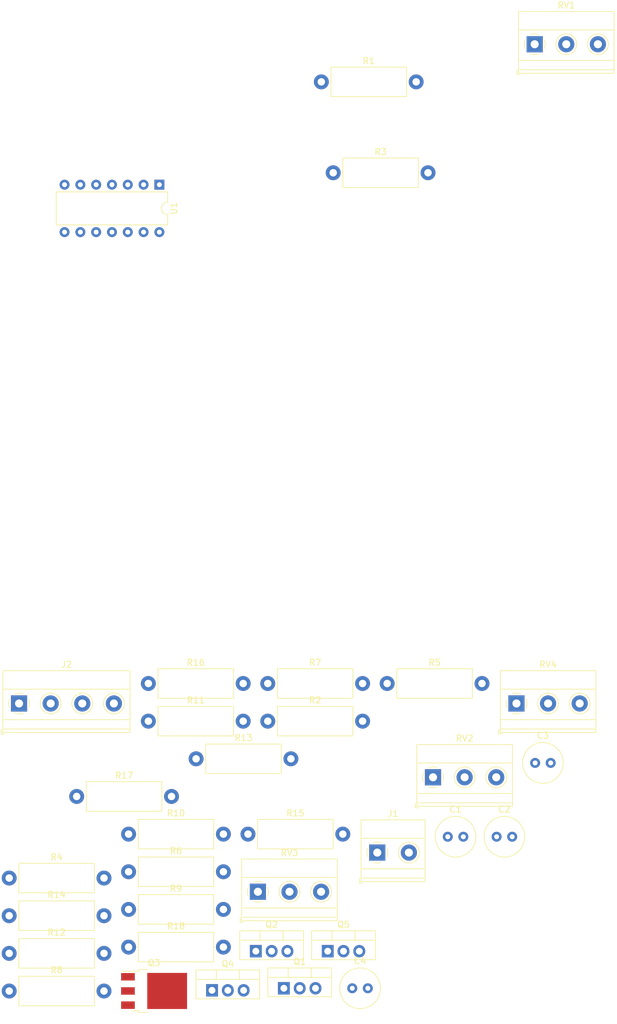
<source format=kicad_pcb>
(kicad_pcb (version 20211014) (generator pcbnew)
  (layers (0 "F.Cu" signal) (31 "B.Cu" signal) (34 "B.Paste" user) (35 "F.Paste" user) (36 "B.SilkS" user "B.Silkscreen") (37 "F.SilkS" user "F.Silkscreen") (38 "B.Mask" user) (39 "F.Mask" user) (44 "Edge.Cuts" user))
  (net 0 "")
  (net 1 "Net-(C1-Pad1)")
  (net 2 "GND")
  (net 3 "Net-(C2-Pad1)")
  (net 4 "Net-(C3-Pad1)")
  (net 5 "Net-(C4-Pad1)")
  (net 6 "+12V")
  (net 7 "Net-(J2-Pad1)")
  (net 8 "Net-(J2-Pad2)")
  (net 9 "Net-(J2-Pad3)")
  (net 10 "Net-(J2-Pad4)")
  (net 11 "Net-(Q1-Pad1)")
  (net 12 "Net-(Q1-Pad2)")
  (net 13 "Net-(Q2-Pad1)")
  (net 14 "Net-(Q3-Pad1)")
  (net 15 "Net-(Q4-Pad1)")
  (net 16 "Net-(Q5-Pad1)")
  (net 17 "Net-(R1-Pad1)")
  (net 18 "Net-(R1-Pad2)")
  (net 19 "Net-(R2-Pad1)")
  (net 20 "Net-(R2-Pad2)")
  (net 21 "Net-(R3-Pad2)")
  (net 22 "Net-(R5-Pad2)")
  (net 23 "Net-(R11-Pad1)")
  (net 24 "Net-(R11-Pad2)")
  (net 25 "Net-(R12-Pad1)")
  (net 26 "Net-(R12-Pad2)")
  (net 27 "Net-(R13-Pad2)")
  (net 28 "Net-(R15-Pad2)")
  (footprint "Resistor_THT:R_Axial_DIN0414_L11.9mm_D4.5mm_P15.24mm_Horizontal" (layer "F.Cu") (at 182.385 128.115)
    (fp_text reference "R11" (at 7.62 -3.37) (layer "F.SilkS"))
    (fp_text value "1k")
    (fp_line (start 13.69 -2.37) (end 1.55 -2.37) (layer "F.SilkS") (width 0.12))
    (fp_line (start 1.55 2.37) (end 13.69 2.37) (layer "F.SilkS") (width 0.12))
    (fp_line (start 13.8 0) (end 13.69 0) (layer "F.SilkS") (width 0.12))
    (fp_line (start 13.69 2.37) (end 13.69 -2.37) (layer "F.SilkS") (width 0.12))
    (fp_line (start 1.55 -2.37) (end 1.55 2.37) (layer "F.SilkS") (width 0.12))
    (fp_line (start 1.44 0) (end 1.55 0) (layer "F.SilkS") (width 0.12))
    (pad "1" thru_hole circle locked (at 0 0) (size 2.4 2.4) (drill 1.2) (layers *.Cu *.Mask) (net 23 "Net-(R11-Pad1)"))
    (pad "2" thru_hole oval locked (at 15.24 0) (size 2.4 2.4) (drill 1.2) (layers *.Cu *.Mask) (net 24 "Net-(R11-Pad2)"))
  )
  (footprint "Resistor_THT:R_Axial_DIN0414_L11.9mm_D4.5mm_P15.24mm_Horizontal" (layer "F.Cu") (at 182.385 122.065)
    (fp_text reference "R16" (at 7.62 -3.37) (layer "F.SilkS"))
    (fp_text value "10k")
    (fp_line (start 1.55 2.37) (end 13.69 2.37) (layer "F.SilkS") (width 0.12))
    (fp_line (start 13.69 2.37) (end 13.69 -2.37) (layer "F.SilkS") (width 0.12))
    (fp_line (start 13.8 0) (end 13.69 0) (layer "F.SilkS") (width 0.12))
    (fp_line (start 1.55 -2.37) (end 1.55 2.37) (layer "F.SilkS") (width 0.12))
    (fp_line (start 13.69 -2.37) (end 1.55 -2.37) (layer "F.SilkS") (width 0.12))
    (fp_line (start 1.44 0) (end 1.55 0) (layer "F.SilkS") (width 0.12))
    (pad "1" thru_hole circle locked (at 0 0) (size 2.4 2.4) (drill 1.2) (layers *.Cu *.Mask) (net 5 "Net-(C4-Pad1)"))
    (pad "2" thru_hole oval locked (at 15.24 0) (size 2.4 2.4) (drill 1.2) (layers *.Cu *.Mask) (net 28 "Net-(R15-Pad2)"))
  )
  (footprint "TerminalBlock_Phoenix:TerminalBlock_Phoenix_MKDS-1,5-2-5.08_1x02_P5.08mm_Horizontal" (layer "F.Cu") (at 219.175 149.235)
    (fp_text reference "J1" (at 2.54 -6.26) (layer "F.SilkS"))
    (fp_text value "Power")
    (fp_line (start 4.046 1.239) (end 4.011 1.274) (layer "F.SilkS") (width 0.12))
    (fp_line (start 6.15 -1.275) (end 6.115 -1.239) (layer "F.SilkS") (width 0.12))
    (fp_line (start 3.853 1.023) (end 3.806 1.069) (layer "F.SilkS") (width 0.12))
    (fp_line (start -2.84 4.16) (end -2.84 4.9) (layer "F.SilkS") (width 0.12))
    (fp_line (start -2.6 -5.261) (end -2.6 4.66) (layer "F.SilkS") (width 0.12))
    (fp_line (start -2.6 -5.261) (end 7.68 -5.261) (layer "F.SilkS") (width 0.12))
    (fp_line (start -2.84 4.9) (end -2.34 4.9) (layer "F.SilkS") (width 0.12))
    (fp_line (start -2.6 2.6) (end 7.68 2.6) (layer "F.SilkS") (width 0.12))
    (fp_line (start 6.355 -1.069) (end 6.308 -1.023) (layer "F.SilkS") (width 0.12))
    (fp_line (start -2.6 -2.301) (end 7.68 -2.301) (layer "F.SilkS") (width 0.12))
    (fp_line (start -2.6 4.1) (end 7.68 4.1) (layer "F.SilkS") (width 0.12))
    (fp_line (start -2.6 4.66) (end 7.68 4.66) (layer "F.SilkS") (width 0.12))
    (fp_line (start 7.68 -5.261) (end 7.68 4.66) (layer "F.SilkS") (width 0.12))
    (fp_arc (start -1.535427 0.683042) (mid -1.680501 -0.000524) (end -1.535 -0.684) (layer "F.SilkS") (width 0.12))
    (fp_arc (start -0.683042 -1.535427) (mid 0.000524 -1.680501) (end 0.684 -1.535) (layer "F.SilkS") (width 0.12))
    (fp_arc (start 1.535427 -0.683042) (mid 1.680501 0.000524) (end 1.535 0.684) (layer "F.SilkS") (width 0.12))
    (fp_arc (start 0.028805 1.680253) (mid -0.335551 1.646659) (end -0.684 1.535) (layer "F.SilkS") (width 0.12))
    (fp_arc (start 0.683318 1.534756) (mid 0.349292 1.643288) (end 0 1.68) (layer "F.SilkS") (width 0.12))
    (fp_circle (center 5.08 0) (end 6.76 0) (layer "F.SilkS") (width 0.12) (fill none))
    (pad "1" thru_hole rect locked (at 0 0) (size 2.6 2.6) (drill 1.3) (layers *.Cu *.Mask) (net 2 "GND"))
    (pad "2" thru_hole circle locked (at 5.08 0) (size 2.6 2.6) (drill 1.3) (layers *.Cu *.Mask) (net 6 "+12V"))
  )
  (footprint "TerminalBlock_Phoenix:TerminalBlock_Phoenix_MKDS-1,5-3-5.08_1x03_P5.08mm_Horizontal" (layer "F.Cu") (at 228.135 137.135)
    (fp_text reference "RV2" (at 5.08 -6.26) (layer "F.SilkS"))
    (fp_text value "10k")
    (fp_line (start -2.6 -2.301) (end 12.76 -2.301) (layer "F.SilkS") (width 0.12))
    (fp_line (start 8.933 1.023) (end 8.886 1.069) (layer "F.SilkS") (width 0.12))
    (fp_line (start 6.15 -1.275) (end 6.115 -1.239) (layer "F.SilkS") (width 0.12))
    (fp_line (start 11.435 -1.069) (end 11.388 -1.023) (layer "F.SilkS") (width 0.12))
    (fp_line (start -2.84 4.9) (end -2.34 4.9) (layer "F.SilkS") (width 0.12))
    (fp_line (start -2.6 -5.261) (end 12.76 -5.261) (layer "F.SilkS") (width 0.12))
    (fp_line (start -2.6 4.1) (end 12.76 4.1) (layer "F.SilkS") (width 0.12))
    (fp_line (start -2.84 4.16) (end -2.84 4.9) (layer "F.SilkS") (width 0.12))
    (fp_line (start 3.853 1.023) (end 3.806 1.069) (layer "F.SilkS") (width 0.12))
    (fp_line (start 4.046 1.239) (end 4.011 1.274) (layer "F.SilkS") (width 0.12))
    (fp_line (start -2.6 2.6) (end 12.76 2.6) (layer "F.SilkS") (width 0.12))
    (fp_line (start -2.6 4.66) (end 12.76 4.66) (layer "F.SilkS") (width 0.12))
    (fp_line (start 9.126 1.239) (end 9.091 1.274) (layer "F.SilkS") (width 0.12))
    (fp_line (start 6.355 -1.069) (end 6.308 -1.023) (layer "F.SilkS") (width 0.12))
    (fp_line (start -2.6 -5.261) (end -2.6 4.66) (layer "F.SilkS") (width 0.12))
    (fp_line (start 11.23 -1.275) (end 11.195 -1.239) (layer "F.SilkS") (width 0.12))
    (fp_line (start 12.76 -5.261) (end 12.76 4.66) (layer "F.SilkS") (width 0.12))
    (fp_arc (start 0.028805 1.680253) (mid -0.335551 1.646659) (end -0.684 1.535) (layer "F.SilkS") (width 0.12))
    (fp_arc (start -0.683042 -1.535427) (mid 0.000524 -1.680501) (end 0.684 -1.535) (layer "F.SilkS") (width 0.12))
    (fp_arc (start 1.535427 -0.683042) (mid 1.680501 0.000524) (end 1.535 0.684) (layer "F.SilkS") (width 0.12))
    (fp_arc (start -1.535427 0.683042) (mid -1.680501 -0.000524) (end -1.535 -0.684) (layer "F.SilkS") (width 0.12))
    (fp_arc (start 0.683318 1.534756) (mid 0.349292 1.643288) (end 0 1.68) (layer "F.SilkS") (width 0.12))
    (fp_circle (center 5.08 0) (end 6.76 0) (layer "F.SilkS") (width 0.12) (fill none))
    (fp_circle (center 10.16 0) (end 11.84 0) (layer "F.SilkS") (width 0.12) (fill none))
    (pad "1" thru_hole rect locked (at 0 0) (size 2.6 2.6) (drill 1.3) (layers *.Cu *.Mask) (net 6 "+12V"))
    (pad "2" thru_hole circle locked (at 5.08 0) (size 2.6 2.6) (drill 1.3) (layers *.Cu *.Mask) (net 19 "Net-(R2-Pad1)"))
    (pad "3" thru_hole circle locked (at 10.16 0) (size 2.6 2.6) (drill 1.3) (layers *.Cu *.Mask) (net 2 "GND"))
  )
  (footprint "Capacitor_THT:C_Radial_D6.3mm_H5.0mm_P2.50mm" (layer "F.Cu") (at 230.505 146.685)
    (fp_text reference "C1" (at 1.25 -4.4) (layer "F.SilkS"))
    (fp_text value "0.1uF")
    (fp_circle (center 1.25 0) (end 4.52 0) (layer "F.SilkS") (width 0.12) (fill none))
    (pad "1" thru_hole circle locked (at 0 0) (size 1.6 1.6) (drill 0.8) (layers *.Cu *.Mask) (net 1 "Net-(C1-Pad1)"))
    (pad "2" thru_hole circle locked (at 2.5 0) (size 1.6 1.6) (drill 0.8) (layers *.Cu *.Mask) (net 2 "GND"))
  )
  (footprint "Resistor_THT:R_Axial_DIN0414_L11.9mm_D4.5mm_P15.24mm_Horizontal" (layer "F.Cu") (at 220.765 122.065)
    (fp_text reference "R5" (at 7.62 -3.37) (layer "F.SilkS"))
    (fp_text value "47k")
    (fp_line (start 13.69 -2.37) (end 1.55 -2.37) (layer "F.SilkS") (width 0.12))
    (fp_line (start 13.69 2.37) (end 13.69 -2.37) (layer "F.SilkS") (width 0.12))
    (fp_line (start 13.8 0) (end 13.69 0) (layer "F.SilkS") (width 0.12))
    (fp_line (start 1.55 -2.37) (end 1.55 2.37) (layer "F.SilkS") (width 0.12))
    (fp_line (start 1.44 0) (end 1.55 0) (layer "F.SilkS") (width 0.12))
    (fp_line (start 1.55 2.37) (end 13.69 2.37) (layer "F.SilkS") (width 0.12))
    (pad "1" thru_hole circle locked (at 0 0) (size 2.4 2.4) (drill 1.2) (layers *.Cu *.Mask) (net 20 "Net-(R2-Pad2)"))
    (pad "2" thru_hole oval locked (at 15.24 0) (size 2.4 2.4) (drill 1.2) (layers *.Cu *.Mask) (net 22 "Net-(R5-Pad2)"))
  )
  (footprint "Resistor_THT:R_Axial_DIN0414_L11.9mm_D4.5mm_P15.24mm_Horizontal" (layer "F.Cu") (at 160.015 159.375)
    (fp_text reference "R14" (at 7.62 -3.37) (layer "F.SilkS"))
    (fp_text value "10k")
    (fp_line (start 1.55 2.37) (end 13.69 2.37) (layer "F.SilkS") (width 0.12))
    (fp_line (start 13.8 0) (end 13.69 0) (layer "F.SilkS") (width 0.12))
    (fp_line (start 13.69 -2.37) (end 1.55 -2.37) (layer "F.SilkS") (width 0.12))
    (fp_line (start 1.55 -2.37) (end 1.55 2.37) (layer "F.SilkS") (width 0.12))
    (fp_line (start 1.44 0) (end 1.55 0) (layer "F.SilkS") (width 0.12))
    (fp_line (start 13.69 2.37) (end 13.69 -2.37) (layer "F.SilkS") (width 0.12))
    (pad "1" thru_hole circle locked (at 0 0) (size 2.4 2.4) (drill 1.2) (layers *.Cu *.Mask) (net 4 "Net-(C3-Pad1)"))
    (pad "2" thru_hole oval locked (at 15.24 0) (size 2.4 2.4) (drill 1.2) (layers *.Cu *.Mask) (net 27 "Net-(R13-Pad2)"))
  )
  (footprint "Resistor_THT:R_Axial_DIN0414_L11.9mm_D4.5mm_P15.24mm_Horizontal" (layer "F.Cu") (at 201.575 122.065)
    (fp_text reference "R7" (at 7.62 -3.37) (layer "F.SilkS"))
    (fp_text value "330")
    (fp_line (start 13.8 0) (end 13.69 0) (layer "F.SilkS") (width 0.12))
    (fp_line (start 1.44 0) (end 1.55 0) (layer "F.SilkS") (width 0.12))
    (fp_line (start 1.55 2.37) (end 13.69 2.37) (layer "F.SilkS") (width 0.12))
    (fp_line (start 1.55 -2.37) (end 1.55 2.37) (layer "F.SilkS") (width 0.12))
    (fp_line (start 13.69 2.37) (end 13.69 -2.37) (layer "F.SilkS") (width 0.12))
    (fp_line (start 13.69 -2.37) (end 1.55 -2.37) (layer "F.SilkS") (width 0.12))
    (pad "1" thru_hole circle locked (at 0 0) (size 2.4 2.4) (drill 1.2) (layers *.Cu *.Mask) (net 21 "Net-(R3-Pad2)"))
    (pad "2" thru_hole oval locked (at 15.24 0) (size 2.4 2.4) (drill 1.2) (layers *.Cu *.Mask) (net 11 "Net-(Q1-Pad1)"))
  )
  (footprint "Resistor_THT:R_Axial_DIN0414_L11.9mm_D4.5mm_P15.24mm_Horizontal" (layer "F.Cu") (at 160.015 165.425)
    (fp_text reference "R12" (at 7.62 -3.37) (layer "F.SilkS"))
    (fp_text value "1k")
    (fp_line (start 13.69 2.37) (end 13.69 -2.37) (layer "F.SilkS") (width 0.12))
    (fp_line (start 1.55 -2.37) (end 1.55 2.37) (layer "F.SilkS") (width 0.12))
    (fp_line (start 1.44 0) (end 1.55 0) (layer "F.SilkS") (width 0.12))
    (fp_line (start 13.69 -2.37) (end 1.55 -2.37) (layer "F.SilkS") (width 0.12))
    (fp_line (start 1.55 2.37) (end 13.69 2.37) (layer "F.SilkS") (width 0.12))
    (fp_line (start 13.8 0) (end 13.69 0) (layer "F.SilkS") (width 0.12))
    (pad "1" thru_hole circle locked (at 0 0) (size 2.4 2.4) (drill 1.2) (layers *.Cu *.Mask) (net 25 "Net-(R12-Pad1)"))
    (pad "2" thru_hole oval locked (at 15.24 0) (size 2.4 2.4) (drill 1.2) (layers *.Cu *.Mask) (net 26 "Net-(R12-Pad2)"))
  )
  (footprint "Resistor_THT:R_Axial_DIN0414_L11.9mm_D4.5mm_P15.24mm_Horizontal" (layer "F.Cu") (at 198.395 146.265)
    (fp_text reference "R15" (at 7.62 -3.37) (layer "F.SilkS"))
    (fp_text value "47k")
    (fp_line (start 13.69 -2.37) (end 1.55 -2.37) (layer "F.SilkS") (width 0.12))
    (fp_line (start 1.55 -2.37) (end 1.55 2.37) (layer "F.SilkS") (width 0.12))
    (fp_line (start 13.8 0) (end 13.69 0) (layer "F.SilkS") (width 0.12))
    (fp_line (start 13.69 2.37) (end 13.69 -2.37) (layer "F.SilkS") (width 0.12))
    (fp_line (start 1.44 0) (end 1.55 0) (layer "F.SilkS") (width 0.12))
    (fp_line (start 1.55 2.37) (end 13.69 2.37) (layer "F.SilkS") (width 0.12))
    (pad "1" thru_hole circle locked (at 0 0) (size 2.4 2.4) (drill 1.2) (layers *.Cu *.Mask) (net 26 "Net-(R12-Pad2)"))
    (pad "2" thru_hole oval locked (at 15.24 0) (size 2.4 2.4) (drill 1.2) (layers *.Cu *.Mask) (net 28 "Net-(R15-Pad2)"))
  )
  (footprint "Resistor_THT:R_Axial_DIN0414_L11.9mm_D4.5mm_P15.24mm_Horizontal" (layer "F.Cu") (at 160.015 171.475)
    (fp_text reference "R8" (at 7.62 -3.37) (layer "F.SilkS"))
    (fp_text value "330")
    (fp_line (start 1.55 2.37) (end 13.69 2.37) (layer "F.SilkS") (width 0.12))
    (fp_line (start 13.69 2.37) (end 13.69 -2.37) (layer "F.SilkS") (width 0.12))
    (fp_line (start 13.8 0) (end 13.69 0) (layer "F.SilkS") (width 0.12))
    (fp_line (start 1.44 0) (end 1.55 0) (layer "F.SilkS") (width 0.12))
    (fp_line (start 13.69 -2.37) (end 1.55 -2.37) (layer "F.SilkS") (width 0.12))
    (fp_line (start 1.55 -2.37) (end 1.55 2.37) (layer "F.SilkS") (width 0.12))
    (pad "1" thru_hole circle locked (at 0 0) (size 2.4 2.4) (drill 1.2) (layers *.Cu *.Mask) (net 22 "Net-(R5-Pad2)"))
    (pad "2" thru_hole oval locked (at 15.24 0) (size 2.4 2.4) (drill 1.2) (layers *.Cu *.Mask) (net 13 "Net-(Q2-Pad1)"))
  )
  (footprint "Resistor_THT:R_Axial_DIN0414_L11.9mm_D4.5mm_P15.24mm_Horizontal" (layer "F.Cu") (at 179.205 164.415)
    (fp_text reference "R18" (at 7.62 -3.37) (layer "F.SilkS"))
    (fp_text value "330")
    (fp_line (start 1.44 0) (end 1.55 0) (layer "F.SilkS") (width 0.12))
    (fp_line (start 1.55 -2.37) (end 1.55 2.37) (layer "F.SilkS") (width 0.12))
    (fp_line (start 13.69 2.37) (end 13.69 -2.37) (layer "F.SilkS") (width 0.12))
    (fp_line (start 13.8 0) (end 13.69 0) (layer "F.SilkS") (width 0.12))
    (fp_line (start 1.55 2.37) (end 13.69 2.37) (layer "F.SilkS") (width 0.12))
    (fp_line (start 13.69 -2.37) (end 1.55 -2.37) (layer "F.SilkS") (width 0.12))
    (pad "1" thru_hole circle locked (at 0 0) (size 2.4 2.4) (drill 1.2) (layers *.Cu *.Mask) (net 28 "Net-(R15-Pad2)"))
    (pad "2" thru_hole oval locked (at 15.24 0) (size 2.4 2.4) (drill 1.2) (layers *.Cu *.Mask) (net 16 "Net-(Q5-Pad1)"))
  )
  (footprint "Capacitor_THT:C_Radial_D6.3mm_H5.0mm_P2.50mm" (layer "F.Cu") (at 238.355 146.685)
    (fp_text reference "C2" (at 1.25 -4.4) (layer "F.SilkS"))
    (fp_text value "0.1uF")
    (fp_circle (center 1.25 0) (end 4.52 0) (layer "F.SilkS") (width 0.12) (fill none))
    (pad "1" thru_hole circle locked (at 0 0) (size 1.6 1.6) (drill 0.8) (layers *.Cu *.Mask) (net 3 "Net-(C2-Pad1)"))
    (pad "2" thru_hole circle locked (at 2.5 0) (size 1.6 1.6) (drill 0.8) (layers *.Cu *.Mask) (net 2 "GND"))
  )
  (footprint "TerminalBlock_Phoenix:TerminalBlock_Phoenix_MKDS-1,5-3-5.08_1x03_P5.08mm_Horizontal" (layer "F.Cu") (at 244.47 19.355)
    (fp_text reference "RV1" (at 5.08 -6.26) (layer "F.SilkS"))
    (fp_text value "10k")
    (fp_line (start 11.23 -1.275) (end 11.195 -1.239) (layer "F.SilkS") (width 0.12))
    (fp_line (start 6.355 -1.069) (end 6.308 -1.023) (layer "F.SilkS") (width 0.12))
    (fp_line (start 12.76 -5.261) (end 12.76 4.66) (layer "F.SilkS") (width 0.12))
    (fp_line (start 3.853 1.023) (end 3.806 1.069) (layer "F.SilkS") (width 0.12))
    (fp_line (start 9.126 1.239) (end 9.091 1.274) (layer "F.SilkS") (width 0.12))
    (fp_line (start -2.6 -5.261) (end -2.6 4.66) (layer "F.SilkS") (width 0.12))
    (fp_line (start -2.6 2.6) (end 12.76 2.6) (layer "F.SilkS") (width 0.12))
    (fp_line (start -2.84 4.9) (end -2.34 4.9) (layer "F.SilkS") (width 0.12))
    (fp_line (start -2.84 4.16) (end -2.84 4.9) (layer "F.SilkS") (width 0.12))
    (fp_line (start 6.15 -1.275) (end 6.115 -1.239) (layer "F.SilkS") (width 0.12))
    (fp_line (start 8.933 1.023) (end 8.886 1.069) (layer "F.SilkS") (width 0.12))
    (fp_line (start 4.046 1.239) (end 4.011 1.274) (layer "F.SilkS") (width 0.12))
    (fp_line (start -2.6 -5.261) (end 12.76 -5.261) (layer "F.SilkS") (width 0.12))
    (fp_line (start 11.435 -1.069) (end 11.388 -1.023) (layer "F.SilkS") (width 0.12))
    (fp_line (start -2.6 -2.301) (end 12.76 -2.301) (layer "F.SilkS") (width 0.12))
    (fp_line (start -2.6 4.1) (end 12.76 4.1) (layer "F.SilkS") (width 0.12))
    (fp_line (start -2.6 4.66) (end 12.76 4.66) (layer "F.SilkS") (width 0.12))
    (fp_arc (start 0.028805 1.680253) (mid -0.335551 1.646659) (end -0.684 1.535) (layer "F.SilkS") (width 0.12))
    (fp_arc (start 0.683318 1.534756) (mid 0.349292 1.643288) (end 0 1.68) (layer "F.SilkS") (width 0.12))
    (fp_arc (start -0.683042 -1.535427) (mid 0.000524 -1.680501) (end 0.684 -1.535) (layer "F.SilkS") (width 0.12))
    (fp_arc (start -1.535427 0.683042) (mid -1.680501 -0.000524) (end -1.535 -0.684) (layer "F.SilkS") (width 0.12))
    (fp_arc (start 1.535427 -0.683042) (mid 1.680501 0.000524) (end 1.535 0.684) (layer "F.SilkS") (width 0.12))
    (fp_circle (center 10.16 0) (end 11.84 0) (layer "F.SilkS") (width 0.12) (fill none))
    (fp_circle (center 5.08 0) (end 6.76 0) (layer "F.SilkS") (width 0.12) (fill none))
    (pad "1" thru_hole rect locked (at 0 0) (size 2.6 2.6) (drill 1.3) (layers *.Cu *.Mask) (net 6 "+12V"))
    (pad "2" thru_hole circle locked (at 5.08 0) (size 2.6 2.6) (drill 1.3) (layers *.Cu *.Mask) (net 17 "Net-(R1-Pad1)"))
    (pad "3" thru_hole circle locked (at 10.16 0) (size 2.6 2.6) (drill 1.3) (layers *.Cu *.Mask) (net 2 "GND"))
  )
  (footprint "Resistor_THT:R_Axial_DIN0414_L11.9mm_D4.5mm_P15.24mm_Horizontal" (layer "F.Cu") (at 201.575 128.115)
    (fp_text reference "R2" (at 7.62 -3.37) (layer "F.SilkS"))
    (fp_text value "1k")
    (fp_line (start 1.55 2.37) (end 13.69 2.37) (layer "F.SilkS") (width 0.12))
    (fp_line (start 13.69 -2.37) (end 1.55 -2.37) (layer "F.SilkS") (width 0.12))
    (fp_line (start 1.44 0) (end 1.55 0) (layer "F.SilkS") (width 0.12))
    (fp_line (start 13.69 2.37) (end 13.69 -2.37) (layer "F.SilkS") (width 0.12))
    (fp_line (start 1.55 -2.37) (end 1.55 2.37) (layer "F.SilkS") (width 0.12))
    (fp_line (start 13.8 0) (end 13.69 0) (layer "F.SilkS") (width 0.12))
    (pad "1" thru_hole circle locked (at 0 0) (size 2.4 2.4) (drill 1.2) (layers *.Cu *.Mask) (net 19 "Net-(R2-Pad1)"))
    (pad "2" thru_hole oval locked (at 15.24 0) (size 2.4 2.4) (drill 1.2) (layers *.Cu *.Mask) (net 20 "Net-(R2-Pad2)"))
  )
  (footprint "Package_TO_SOT_THT:TO-220-3_Vertical" (layer "F.Cu") (at 199.655 165.075)
    (fp_text reference "Q2" (at 2.54 -4.27) (layer "F.SilkS"))
    (fp_text value "IRLB8721")
    (fp_line (start -2.58 -3.27) (end -2.58 1.371) (layer "F.SilkS") (width 0.12))
    (fp_line (start 4.391 -3.27) (end 4.391 -1.76) (layer "F.SilkS") (width 0.12))
    (fp_line (start -2.58 1.371) (end 7.66 1.371) (layer "F.SilkS") (width 0.12))
    (fp_line (start -2.58 -1.76) (end 7.66 -1.76) (layer "F.SilkS") (width 0.12))
    (fp_line (start 0.69 -3.27) (end 0.69 -1.76) (layer "F.SilkS") (width 0.12))
    (fp_line (start 7.66 -3.27) (end 7.66 1.371) (layer "F.SilkS") (width 0.12))
    (fp_line (start -2.58 -3.27) (end 7.66 -3.27) (layer "F.SilkS") (width 0.12))
    (pad "1" thru_hole rect locked (at 0 0) (size 1.905 2) (drill 1.1) (layers *.Cu *.Mask) (net 13 "Net-(Q2-Pad1)"))
    (pad "2" thru_hole oval locked (at 2.54 0) (size 1.905 2) (drill 1.1) (layers *.Cu *.Mask) (net 8 "Net-(J2-Pad2)"))
    (pad "3" thru_hole oval locked (at 5.08 0) (size 1.905 2) (drill 1.1) (layers *.Cu *.Mask) (net 2 "GND"))
  )
  (footprint "Resistor_THT:R_Axial_DIN0414_L11.9mm_D4.5mm_P15.24mm_Horizontal" (layer "F.Cu") (at 179.205 146.265)
    (fp_text reference "R10" (at 7.62 -3.37) (layer "F.SilkS"))
    (fp_text value "330")
    (fp_line (start 13.8 0) (end 13.69 0) (layer "F.SilkS") (width 0.12))
    (fp_line (start 1.55 -2.37) (end 1.55 2.37) (layer "F.SilkS") (width 0.12))
    (fp_line (start 13.69 2.37) (end 13.69 -2.37) (layer "F.SilkS") (width 0.12))
    (fp_line (start 13.69 -2.37) (end 1.55 -2.37) (layer "F.SilkS") (width 0.12))
    (fp_line (start 1.55 2.37) (end 13.69 2.37) (layer "F.SilkS") (width 0.12))
    (fp_line (start 1.44 0) (end 1.55 0) (layer "F.SilkS") (width 0.12))
    (pad "1" thru_hole circle locked (at 0 0) (size 2.4 2.4) (drill 1.2) (layers *.Cu *.Mask) (net 12 "Net-(Q1-Pad2)"))
    (pad "2" thru_hole oval locked (at 15.24 0) (size 2.4 2.4) (drill 1.2) (layers *.Cu *.Mask) (net 14 "Net-(Q3-Pad1)"))
  )
  (footprint "Resistor_THT:R_Axial_DIN0414_L11.9mm_D4.5mm_P15.24mm_Horizontal" (layer "F.Cu") (at 210.185 25.4)
    (fp_text reference "R1" (at 7.62 -3.37) (layer "F.SilkS"))
    (fp_text value "1k")
    (fp_line (start 13.69 -2.37) (end 1.55 -2.37) (layer "F.SilkS") (width 0.12))
    (fp_line (start 1.44 0) (end 1.55 0) (layer "F.SilkS") (width 0.12))
    (fp_line (start 13.8 0) (end 13.69 0) (layer "F.SilkS") (width 0.12))
    (fp_line (start 1.55 -2.37) (end 1.55 2.37) (layer "F.SilkS") (width 0.12))
    (fp_line (start 13.69 2.37) (end 13.69 -2.37) (layer "F.SilkS") (width 0.12))
    (fp_line (start 1.55 2.37) (end 13.69 2.37) (layer "F.SilkS") (width 0.12))
    (pad "1" thru_hole circle locked (at 0 0) (size 2.4 2.4) (drill 1.2) (layers *.Cu *.Mask) (net 17 "Net-(R1-Pad1)"))
    (pad "2" thru_hole oval locked (at 15.24 0) (size 2.4 2.4) (drill 1.2) (layers *.Cu *.Mask) (net 18 "Net-(R1-Pad2)"))
  )
  (footprint "Capacitor_THT:C_Radial_D6.3mm_H5.0mm_P2.50mm" (layer "F.Cu") (at 215.155 171.035)
    (fp_text reference "C4" (at 1.25 -4.4) (layer "F.SilkS"))
    (fp_text value "0.1uF")
    (fp_circle (center 1.25 0) (end 4.52 0) (layer "F.SilkS") (width 0.12) (fill none))
    (pad "1" thru_hole circle locked (at 0 0) (size 1.6 1.6) (drill 0.8) (layers *.Cu *.Mask) (net 5 "Net-(C4-Pad1)"))
    (pad "2" thru_hole circle locked (at 2.5 0) (size 1.6 1.6) (drill 0.8) (layers *.Cu *.Mask) (net 2 "GND"))
  )
  (footprint "Resistor_THT:R_Axial_DIN0414_L11.9mm_D4.5mm_P15.24mm_Horizontal" (layer "F.Cu") (at 170.865 140.215)
    (fp_text reference "R17" (at 7.62 -3.37) (layer "F.SilkS"))
    (fp_text value "330")
    (fp_line (start 1.55 2.37) (end 13.69 2.37) (layer "F.SilkS") (width 0.12))
    (fp_line (start 13.69 -2.37) (end 1.55 -2.37) (layer "F.SilkS") (width 0.12))
    (fp_line (start 1.44 0) (end 1.55 0) (layer "F.SilkS") (width 0.12))
    (fp_line (start 1.55 -2.37) (end 1.55 2.37) (layer "F.SilkS") (width 0.12))
    (fp_line (start 13.69 2.37) (end 13.69 -2.37) (layer "F.SilkS") (width 0.12))
    (fp_line (start 13.8 0) (end 13.69 0) (layer "F.SilkS") (width 0.12))
    (pad "1" thru_hole circle locked (at 0 0) (size 2.4 2.4) (drill 1.2) (layers *.Cu *.Mask) (net 27 "Net-(R13-Pad2)"))
    (pad "2" thru_hole oval locked (at 15.24 0) (size 2.4 2.4) (drill 1.2) (layers *.Cu *.Mask) (net 15 "Net-(Q4-Pad1)"))
  )
  (footprint "Package_TO_SOT_THT:TO-220-3_Vertical" (layer "F.Cu") (at 204.165 171.035)
    (fp_text reference "Q1" (at 2.54 -4.27) (layer "F.SilkS"))
    (fp_text value "IRLB8721")
    (fp_line (start 7.66 -3.27) (end 7.66 1.371) (layer "F.SilkS") (width 0.12))
    (fp_line (start -2.58 -1.76) (end 7.66 -1.76) (layer "F.SilkS") (width 0.12))
    (fp_line (start 0.69 -3.27) (end 0.69 -1.76) (layer "F.SilkS") (width 0.12))
    (fp_line (start -2.58 -3.27) (end 7.66 -3.27) (layer "F.SilkS") (width 0.12))
    (fp_line (start 4.391 -3.27) (end 4.391 -1.76) (layer "F.SilkS") (width 0.12))
    (fp_line (start -2.58 1.371) (end 7.66 1.371) (layer "F.SilkS") (width 0.12))
    (fp_line (start -2.58 -3.27) (end -2.58 1.371) (layer "F.SilkS") (width 0.12))
    (pad "1" thru_hole rect locked (at 0 0) (size 1.905 2) (drill 1.1) (layers *.Cu *.Mask) (net 11 "Net-(Q1-Pad1)"))
    (pad "2" thru_hole oval locked (at 2.54 0) (size 1.905 2) (drill 1.1) (layers *.Cu *.Mask) (net 12 "Net-(Q1-Pad2)"))
    (pad "3" thru_hole oval locked (at 5.08 0) (size 1.905 2) (drill 1.1) (layers *.Cu *.Mask) (net 2 "GND"))
  )
  (footprint "Resistor_THT:R_Axial_DIN0414_L11.9mm_D4.5mm_P15.24mm_Horizontal" (layer "F.Cu") (at 179.205 152.315)
    (fp_text reference "R6" (at 7.62 -3.37) (layer "F.SilkS"))
    (fp_text value "10k")
    (fp_line (start 1.44 0) (end 1.55 0) (layer "F.SilkS") (width 0.12))
    (fp_line (start 13.8 0) (end 13.69 0) (layer "F.SilkS") (width 0.12))
    (fp_line (start 1.55 2.37) (end 13.69 2.37) (layer "F.SilkS") (width 0.12))
    (fp_line (start 13.69 -2.37) (end 1.55 -2.37) (layer "F.SilkS") (width 0.12))
    (fp_line (start 13.69 2.37) (end 13.69 -2.37) (layer "F.SilkS") (width 0.12))
    (fp_line (start 1.55 -2.37) (end 1.55 2.37) (layer "F.SilkS") (width 0.12))
    (pad "1" thru_hole circle locked (at 0 0) (size 2.4 2.4) (drill 1.2) (layers *.Cu *.Mask) (net 3 "Net-(C2-Pad1)"))
    (pad "2" thru_hole oval locked (at 15.24 0) (size 2.4 2.4) (drill 1.2) (layers *.Cu *.Mask) (net 22 "Net-(R5-Pad2)"))
  )
  (footprint "Capacitor_THT:C_Radial_D6.3mm_H5.0mm_P2.50mm" (layer "F.Cu") (at 244.545 134.825)
    (fp_text reference "C3" (at 1.25 -4.4) (layer "F.SilkS"))
    (fp_text value "0.1uF")
    (fp_circle (center 1.25 0) (end 4.52 0) (layer "F.SilkS") (width 0.12) (fill none))
    (pad "1" thru_hole circle locked (at 0 0) (size 1.6 1.6) (drill 0.8) (layers *.Cu *.Mask) (net 4 "Net-(C3-Pad1)"))
    (pad "2" thru_hole circle locked (at 2.5 0) (size 1.6 1.6) (drill 0.8) (layers *.Cu *.Mask) (net 2 "GND"))
  )
  (footprint "Resistor_THT:R_Axial_DIN0414_L11.9mm_D4.5mm_P15.24mm_Horizontal" (layer "F.Cu") (at 160.015 153.325)
    (fp_text reference "R4" (at 7.62 -3.37) (layer "F.SilkS"))
    (fp_text value "10k")
    (fp_line (start 13.69 2.37) (end 13.69 -2.37) (layer "F.SilkS") (width 0.12))
    (fp_line (start 13.69 -2.37) (end 1.55 -2.37) (layer "F.SilkS") (width 0.12))
    (fp_line (start 13.8 0) (end 13.69 0) (layer "F.SilkS") (width 0.12))
    (fp_line (start 1.55 -2.37) (end 1.55 2.37) (layer "F.SilkS") (width 0.12))
    (fp_line (start 1.55 2.37) (end 13.69 2.37) (layer "F.SilkS") (width 0.12))
    (fp_line (start 1.44 0) (end 1.55 0) (layer "F.SilkS") (width 0.12))
    (pad "1" thru_hole circle locked (at 0 0) (size 2.4 2.4) (drill 1.2) (layers *.Cu *.Mask) (net 1 "Net-(C1-Pad1)"))
    (pad "2" thru_hole oval locked (at 15.24 0) (size 2.4 2.4) (drill 1.2) (layers *.Cu *.Mask) (net 21 "Net-(R3-Pad2)"))
  )
  (footprint "Resistor_THT:R_Axial_DIN0414_L11.9mm_D4.5mm_P15.24mm_Horizontal" (layer "F.Cu") (at 212.09 40.005)
    (fp_text reference "R3" (at 7.62 -3.37) (layer "F.SilkS"))
    (fp_text value "47k")
    (fp_line (start 1.55 -2.37) (end 1.55 2.37) (layer "F.SilkS") (width 0.12))
    (fp_line (start 13.69 2.37) (end 13.69 -2.37) (layer "F.SilkS") (width 0.12))
    (fp_line (start 1.44 0) (end 1.55 0) (layer "F.SilkS") (width 0.12))
    (fp_line (start 13.8 0) (end 13.69 0) (layer "F.SilkS") (width 0.12))
    (fp_line (start 1.55 2.37) (end 13.69 2.37) (layer "F.SilkS") (width 0.12))
    (fp_line (start 13.69 -2.37) (end 1.55 -2.37) (layer "F.SilkS") (width 0.12))
    (pad "1" thru_hole circle locked (at 0 0) (size 2.4 2.4) (drill 1.2) (layers *.Cu *.Mask) (net 18 "Net-(R1-Pad2)"))
    (pad "2" thru_hole oval locked (at 15.24 0) (size 2.4 2.4) (drill 1.2) (layers *.Cu *.Mask) (net 21 "Net-(R3-Pad2)"))
  )
  (footprint "Resistor_THT:R_Axial_DIN0414_L11.9mm_D4.5mm_P15.24mm_Horizontal" (layer "F.Cu") (at 190.055 134.165)
    (fp_text reference "R13" (at 7.62 -3.37) (layer "F.SilkS"))
    (fp_text value "47k")
    (fp_line (start 1.55 2.37) (end 13.69 2.37) (layer "F.SilkS") (width 0.12))
    (fp_line (start 13.69 -2.37) (end 1.55 -2.37) (layer "F.SilkS") (width 0.12))
    (fp_line (start 1.55 -2.37) (end 1.55 2.37) (layer "F.SilkS") (width 0.12))
    (fp_line (start 13.8 0) (end 13.69 0) (layer "F.SilkS") (width 0.12))
    (fp_line (start 13.69 2.37) (end 13.69 -2.37) (layer "F.SilkS") (width 0.12))
    (fp_line (start 1.44 0) (end 1.55 0) (layer "F.SilkS") (width 0.12))
    (pad "1" thru_hole circle locked (at 0 0) (size 2.4 2.4) (drill 1.2) (layers *.Cu *.Mask) (net 24 "Net-(R11-Pad2)"))
    (pad "2" thru_hole oval locked (at 15.24 0) (size 2.4 2.4) (drill 1.2) (layers *.Cu *.Mask) (net 27 "Net-(R13-Pad2)"))
  )
  (footprint "Package_TO_SOT_THT:TO-220-3_Vertical" (layer "F.Cu") (at 211.205 165.075)
    (fp_text reference "Q5" (at 2.54 -4.27) (layer "F.SilkS"))
    (fp_text value "IRLB8721")
    (fp_line (start -2.58 1.371) (end 7.66 1.371) (layer "F.SilkS") (width 0.12))
    (fp_line (start 4.391 -3.27) (end 4.391 -1.76) (layer "F.SilkS") (width 0.12))
    (fp_line (start 0.69 -3.27) (end 0.69 -1.76) (layer "F.SilkS") (width 0.12))
    (fp_line (start -2.58 -3.27) (end -2.58 1.371) (layer "F.SilkS") (width 0.12))
    (fp_line (start 7.66 -3.27) (end 7.66 1.371) (layer "F.SilkS") (width 0.12))
    (fp_line (start -2.58 -3.27) (end 7.66 -3.27) (layer "F.SilkS") (width 0.12))
    (fp_line (start -2.58 -1.76) (end 7.66 -1.76) (layer "F.SilkS") (width 0.12))
    (pad "1" thru_hole rect locked (at 0 0) (size 1.905 2) (drill 1.1) (layers *.Cu *.Mask) (net 16 "Net-(Q5-Pad1)"))
    (pad "2" thru_hole oval locked (at 2.54 0) (size 1.905 2) (drill 1.1) (layers *.Cu *.Mask) (net 9 "Net-(J2-Pad3)"))
    (pad "3" thru_hole oval locked (at 5.08 0) (size 1.905 2) (drill 1.1) (layers *.Cu *.Mask) (net 2 "GND"))
  )
  (footprint "TerminalBlock_Phoenix:TerminalBlock_Phoenix_MKDS-1,5-4-5.08_1x04_P5.08mm_Horizontal" (layer "F.Cu") (at 161.605 125.275)
    (fp_text reference "J2" (at 7.62 -6.26) (layer "F.SilkS"))
    (fp_text value "To LEDs")
    (fp_line (start -2.6 2.6) (end 17.84 2.6) (layer "F.SilkS") (width 0.12))
    (fp_line (start -2.6 4.66) (end 17.84 4.66) (layer "F.SilkS") (width 0.12))
    (fp_line (start 11.23 -1.275) (end 11.195 -1.239) (layer "F.SilkS") (width 0.12))
    (fp_line (start -2.6 -5.261) (end 17.84 -5.261) (layer "F.SilkS") (width 0.12))
    (fp_line (start 3.853 1.023) (end 3.806 1.069) (layer "F.SilkS") (width 0.12))
    (fp_line (start 6.15 -1.275) (end 6.115 -1.239) (layer "F.SilkS") (width 0.12))
    (fp_line (start 16.31 -1.275) (end 16.275 -1.239) (layer "F.SilkS") (width 0.12))
    (fp_line (start -2.84 4.9) (end -2.34 4.9) (layer "F.SilkS") (width 0.12))
    (fp_line (start 14.013 1.023) (end 13.966 1.069) (layer "F.SilkS") (width 0.12))
    (fp_line (start 6.355 -1.069) (end 6.308 -1.023) (layer "F.SilkS") (width 0.12))
    (fp_line (start 4.046 1.239) (end 4.011 1.274) (layer "F.SilkS") (width 0.12))
    (fp_line (start 16.515 -1.069) (end 16.468 -1.023) (layer "F.SilkS") (width 0.12))
    (fp_line (start 17.84 -5.261) (end 17.84 4.66) (layer "F.SilkS") (width 0.12))
    (fp_line (start 9.126 1.239) (end 9.091 1.274) (layer "F.SilkS") (width 0.12))
    (fp_line (start -2.6 -2.301) (end 17.84 -2.301) (layer "F.SilkS") (width 0.12))
    (fp_line (start -2.6 4.1) (end 17.84 4.1) (layer "F.SilkS") (width 0.12))
    (fp_line (start 14.206 1.239) (end 14.171 1.274) (layer "F.SilkS") (width 0.12))
    (fp_line (start 8.933 1.023) (end 8.886 1.069) (layer "F.SilkS") (width 0.12))
    (fp_line (start -2.84 4.16) (end -2.84 4.9) (layer "F.SilkS") (width 0.12))
    (fp_line (start -2.6 -5.261) (end -2.6 4.66) (layer "F.SilkS") (width 0.12))
    (fp_line (start 11.435 -1.069) (end 11.388 -1.023) (layer "F.SilkS") (width 0.12))
    (fp_arc (start 0.683318 1.534756) (mid 0.349292 1.643288) (end 0 1.68) (layer "F.SilkS") (width 0.12))
    (fp_arc (start -1.535427 0.683042) (mid -1.680501 -0.000524) (end -1.535 -0.684) (layer "F.SilkS") (width 0.12))
    (fp_arc (start -0.683042 -1.535427) (mid 0.000524 -1.680501) (end 0.684 -1.535) (layer "F.SilkS") (width 0.12))
    (fp_arc (start 0.028805 1.680253) (mid -0.335551 1.646659) (end -0.684 1.535) (layer "F.SilkS") (width 0.12))
    (fp_arc (start 1.535427 -0.683042) (mid 1.680501 0.000524) (end 1.535 0.684) (layer "F.SilkS") (width 0.12))
    (fp_circle (center 5.08 0) (end 6.76 0) (layer "F.SilkS") (width 0.12) (fill none))
    (fp_circle (center 15.24 0) (end 16.92 0) (layer "F.SilkS") (width 0.12) (fill none))
    (fp_circle (center 10.16 0) (end 11.84 0) (layer "F.SilkS") (width 0.12) (fill none))
    (pad "1" thru_hole rect locked (at 0 0) (size 2.6 2.6) (drill 1.3) (layers *.Cu *.Mask) (net 7 "Net-(J2-Pad1)"))
    (pad "2" thru_hole circle locked (at 5.08 0) (size 2.6 2.6) (drill 1.3) (layers *.Cu *.Mask) (net 8 "Net-(J2-Pad2)"))
    (pad "3" thru_hole circle locked (at 10.16 0) (size 2.6 2.6) (drill 1.3) (layers *.Cu *.Mask) (net 9 "Net-(J2-Pad3)"))
    (pad "4" thru_hole circle locked (at 15.24 0) (size 2.6 2.6) (drill 1.3) (layers *.Cu *.Mask) (net 10 "Net-(J2-Pad4)"))
  )
  (footprint "Package_TO_SOT_SMD:TO-252-3_TabPin2" (layer "F.Cu") (at 183.305 171.465)
    (fp_text reference "Q3" (at 0 -4.5) (layer "F.SilkS"))
    (fp_text value "IRF5210L")
    (fp_line (start -2.47 -3.45) (end -2.47 -3.18) (layer "F.SilkS") (width 0.12))
    (fp_line (start -0.97 3.45) (end -2.47 3.45) (layer "F.SilkS") (width 0.12))
    (fp_line (start -2.47 -3.18) (end -5.3 -3.18) (layer "F.SilkS") (width 0.12))
    (fp_line (start -0.97 -3.45) (end -2.47 -3.45) (layer "F.SilkS") (width 0.12))
    (fp_line (start -2.47 3.45) (end -2.47 3.18) (layer "F.SilkS") (width 0.12))
    (fp_line (start -2.47 3.18) (end -3.57 3.18) (layer "F.SilkS") (width 0.12))
    (pad "1" smd rect locked (at -4.2 -2.28) (size 2.2 1.2) (layers "F.Cu" "F.Paste" "F.Mask") (net 14 "Net-(Q3-Pad1)"))
    (pad "2" smd rect locked (at -4.2 0) (size 2.2 1.2) (layers "F.Cu" "F.Paste" "F.Mask") (net 7 "Net-(J2-Pad1)"))
    (pad "2" smd rect locked (at 2.1 0) (size 6.4 5.8) (layers "F.Cu" "F.Mask") (net 7 "Net-(J2-Pad1)"))
    (pad "3" smd rect locked (at -4.2 2.28) (size 2.2 1.2) (layers "F.Cu" "F.Paste" "F.Mask") (net 6 "+12V"))
  )
  (footprint "TerminalBlock_Phoenix:TerminalBlock_Phoenix_MKDS-1,5-3-5.08_1x03_P5.08mm_Horizontal" (layer "F.Cu") (at 199.985 155.525)
    (fp_text reference "RV3" (at 5.08 -6.26) (layer "F.SilkS"))
    (fp_text value "10k")
    (fp_line (start -2.6 4.1) (end 12.76 4.1) (layer "F.SilkS") (width 0.12))
    (fp_line (start 6.15 -1.275) (end 6.115 -1.239) (layer "F.SilkS") (width 0.12))
    (fp_line (start -2.84 4.9) (end -2.34 4.9) (layer "F.SilkS") (width 0.12))
    (fp_line (start 12.76 -5.261) (end 12.76 4.66) (layer "F.SilkS") (width 0.12))
    (fp_line (start -2.84 4.16) (end -2.84 4.9) (layer "F.SilkS") (width 0.12))
    (fp_line (start 11.435 -1.069) (end 11.388 -1.023) (layer "F.SilkS") (width 0.12))
    (fp_line (start 4.046 1.239) (end 4.011 1.274) (layer "F.SilkS") (width 0.12))
    (fp_line (start 3.853 1.023) (end 3.806 1.069) (layer "F.SilkS") (width 0.12))
    (fp_line (start -2.6 -5.261) (end 12.76 -5.261) (layer "F.SilkS") (width 0.12))
    (fp_line (start -2.6 4.66) (end 12.76 4.66) (layer "F.SilkS") (width 0.12))
    (fp_line (start 9.126 1.239) (end 9.091 1.274) (layer "F.SilkS") (width 0.12))
    (fp_line (start 6.355 -1.069) (end 6.308 -1.023) (layer "F.SilkS") (width 0.12))
    (fp_line (start 8.933 1.023) (end 8.886 1.069) (layer "F.SilkS") (width 0.12))
    (fp_line (start -2.6 -5.261) (end -2.6 4.66) (layer "F.SilkS") (width 0.12))
    (fp_line (start 11.23 -1.275) (end 11.195 -1.239) (layer "F.SilkS") (width 0.12))
    (fp_line (start -2.6 2.6) (end 12.76 2.6) (layer "F.SilkS") (width 0.12))
    (fp_line (start -2.6 -2.301) (end 12.76 -2.301) (layer "F.SilkS") (width 0.12))
    (fp_arc (start -0.683042 -1.535427) (mid 0.000524 -1.680501) (end 0.684 -1.535) (layer "F.SilkS") (width 0.12))
    (fp_arc (start 0.683318 1.534756) (mid 0.349292 1.643288) (end 0 1.68) (layer "F.SilkS") (width 0.12))
    (fp_arc (start 0.028805 1.680253) (mid -0.335551 1.646659) (end -0.684 1.535) (layer "F.SilkS") (width 0.12))
    (fp_arc (start 1.535427 -0.683042) (mid 1.680501 0.000524) (end 1.535 0.684) (layer "F.SilkS") (width 0.12))
    (fp_arc (start -1.535427 0.683042) (mid -1.680501 -0.000524) (end -1.535 -0.684) (layer "F.SilkS") (width 0.12))
    (fp_circle (center 5.08 0) (end 6.76 0) (layer "F.SilkS") (width 0.12) (fill none))
    (fp_circle (center 10.16 0) (end 11.84 0) (layer "F.SilkS") (width 0.12) (fill none))
    (pad "1" thru_hole rect locked (at 0 0) (size 2.6 2.6) (drill 1.3) (layers *.Cu *.Mask) (net 6 "+12V"))
    (pad "2" thru_hole circle locked (at 5.08 0) (size 2.6 2.6) (drill 1.3) (layers *.Cu *.Mask) (net 23 "Net-(R11-Pad1)"))
    (pad "3" thru_hole circle locked (at 10.16 0) (size 2.6 2.6) (drill 1.3) (layers *.Cu *.Mask) (net 2 "GND"))
  )
  (footprint "Resistor_THT:R_Axial_DIN0414_L11.9mm_D4.5mm_P15.24mm_Horizontal" (layer "F.Cu") (at 179.205 158.365)
    (fp_text reference "R9" (at 7.62 -3.37) (layer "F.SilkS"))
    (fp_text value "1k")
    (fp_line (start 13.69 2.37) (end 13.69 -2.37) (layer "F.SilkS") (width 0.12))
    (fp_line (start 1.55 -2.37) (end 1.55 2.37) (layer "F.SilkS") (width 0.12))
    (fp_line (start 13.69 -2.37) (end 1.55 -2.37) (layer "F.SilkS") (width 0.12))
    (fp_line (start 1.44 0) (end 1.55 0) (layer "F.SilkS") (width 0.12))
    (fp_line (start 13.8 0) (end 13.69 0) (layer "F.SilkS") (width 0.12))
    (fp_line (start 1.55 2.37) (end 13.69 2.37) (layer "F.SilkS") (width 0.12))
    (pad "1" thru_hole circle locked (at 0 0) (size 2.4 2.4) (drill 1.2) (layers *.Cu *.Mask) (net 12 "Net-(Q1-Pad2)"))
    (pad "2" thru_hole oval locked (at 15.24 0) (size 2.4 2.4) (drill 1.2) (layers *.Cu *.Mask) (net 6 "+12V"))
  )
  (footprint "Package_DIP:DIP-14_W7.62mm" (layer "F.Cu") (at 184.155 41.92 -90)
    (fp_text reference "U1" (at 3.81 -2.33 90) (layer "F.SilkS"))
    (fp_text value "LM224")
    (fp_line (start 6.46 -1.33) (end 4.81 -1.33) (layer "F.SilkS") (width 0.12))
    (fp_line (start 6.46 16.57) (end 6.46 -1.33) (layer "F.SilkS") (width 0.12))
    (fp_line (start 2.81 -1.33) (end 1.16 -1.33) (layer "F.SilkS") (width 0.12))
    (fp_line (start 1.16 -1.33) (end 1.16 16.57) (layer "F.SilkS") (width 0.12))
    (fp_line (start 1.16 16.57) (end 6.46 16.57) (layer "F.SilkS") (width 0.12))
    (fp_arc (start 4.81 -1.33) (mid 3.81 -0.33) (end 2.81 -1.33) (layer "F.SilkS") (width 0.12))
    (pad "1" thru_hole rect locked (at 0 0 270) (size 1.6 1.6) (drill 0.8) (layers *.Cu *.Mask) (net 21 "Net-(R3-Pad2)"))
    (pad "2" thru_hole oval locked (at 0 2.54 270) (size 1.6 1.6) (drill 0.8) (layers *.Cu *.Mask) (net 1 "Net-(C1-Pad1)"))
    (pad "3" thru_hole oval locked (at 0 5.08 270) (size 1.6 1.6) (drill 0.8) (layers *.Cu *.Mask) (net 18 "Net-(R1-Pad2)"))
    (pad "4" thru_hole oval locked (at 0 7.62 270) (size 1.6 1.6) (drill 0.8) (layers *.Cu *.Mask) (net 6 "+12V"))
    (pad "5" thru_hole oval locked (at 0 10.16 270) (size 1.6 1.6) (drill 0.8) (layers *.Cu *.Mask) (net 20 "Net-(R2-Pad2)"))
    (pad "6" thru_hole oval locked (at 0 12.7 270) (size 1.6 1.6) (drill 0.8) (layers *.Cu *.Mask) (net 3 "Net-(C2-Pad1)"))
    (pad "7" thru_hole oval locked (at 0 15.24 270) (size 1.6 1.6) (drill 0.8) (layers *.Cu *.Mask) (net 22 "Net-(R5-Pad2)"))
    (pad "8" thru_hole oval locked (at 7.62 15.24 270) (size 1.6 1.6) (drill 0.8) (layers *.Cu *.Mask) (net 27 "Net-(R13-Pad2)"))
    (pad "9" thru_hole oval locked (at 7.62 12.7 270) (size 1.6 1.6) (drill 0.8) (layers *.Cu *.Mask) (net 4 "Net-(C3-Pad1)"))
    (pad "10" thru_hole oval locked (at 7.62 10.16 270) (size 1.6 1.6) (drill 0.8) (layers *.Cu *.Mask) (net 24 "Net-(R11-Pad2)"))
    (pad "11" thru_hole oval locked (at 7.62 7.62 270) (size 1.6 1.6) (drill 0.8) (layers *.Cu *.Mask) (net 2 "GND"))
    (pad "12" thru_hole oval locked (at 7.62 5.08 270) (size 1.6 1.6) (drill 0.8) (layers *.Cu *.Mask) (net 26 "Net-(R12-Pad2)"))
    (pad "13" thru_hole oval locked (at 7.62 2.54 270) (size 1.6 1.6) (drill 0.8) (layers *.Cu *.Mask) (net 5 "Net-(C4-Pad1)"))
    (pad "14" thru_hole oval locked (at 7.62 0 270) (size 1.6 1.6) (drill 0.8) (layers *.Cu *.Mask) (net 28 "Net-(R15-Pad2)"))
  )
  (footprint "Package_TO_SOT_THT:TO-220-3_Vertical" (layer "F.Cu") (at 192.615 171.365)
    (fp_text reference "Q4" (at 2.54 -4.27) (layer "F.SilkS"))
    (fp_text value "IRLB8721")
    (fp_line (start 0.69 -3.27) (end 0.69 -1.76) (layer "F.SilkS") (width 0.12))
    (fp_line (start 7.66 -3.27) (end 7.66 1.371) (layer "F.SilkS") (width 0.12))
    (fp_line (start -2.58 -1.76) (end 7.66 -1.76) (layer "F.SilkS") (width 0.12))
    (fp_line (start 4.391 -3.27) (end 4.391 -1.76) (layer "F.SilkS") (width 0.12))
    (fp_line (start -2.58 -3.27) (end 7.66 -3.27) (layer "F.SilkS") (width 0.12))
    (fp_line (start -2.58 -3.27) (end -2.58 1.371) (layer "F.SilkS") (width 0.12))
    (fp_line (start -2.58 1.371) (end 7.66 1.371) (layer "F.SilkS") (width 0.12))
    (pad "1" thru_hole rect locked (at 0 0) (size 1.905 2) (drill 1.1) (layers *.Cu *.Mask) (net 15 "Net-(Q4-Pad1)"))
    (pad "2" thru_hole oval locked (at 2.54 0) (size 1.905 2) (drill 1.1) (layers *.Cu *.Mask) (net 10 "Net-(J2-Pad4)"))
    (pad "3" thru_hole oval locked (at 5.08 0) (size 1.905 2) (drill 1.1) (layers *.Cu *.Mask) (net 2 "GND"))
  )
  (footprint "TerminalBlock_Phoenix:TerminalBlock_Phoenix_MKDS-1,5-3-5.08_1x03_P5.08mm_Horizontal" (layer "F.Cu") (at 241.545 125.275)
    (fp_text reference "RV4" (at 5.08 -6.26) (layer "F.SilkS"))
    (fp_text value "10k")
    (fp_line (start -2.6 -2.301) (end 12.76 -2.301) (layer "F.SilkS") (width 0.12))
    (fp_line (start 9.126 1.239) (end 9.091 1.274) (layer "F.SilkS") (width 0.12))
    (fp_line (start 6.15 -1.275) (end 6.115 -1.239) (layer "F.SilkS") (width 0.12))
    (fp_line (start 11.435 -1.069) (end 11.388 -1.023) (layer "F.SilkS") (width 0.12))
    (fp_line (start 3.853 1.023) (end 3.806 1.069) (layer "F.SilkS") (width 0.12))
    (fp_line (start 6.355 -1.069) (end 6.308 -1.023) (layer "F.SilkS") (width 0.12))
    (fp_line (start -2.6 4.1) (end 12.76 4.1) (layer "F.SilkS") (width 0.12))
    (fp_line (start -2.84 4.9) (end -2.34 4.9) (layer "F.SilkS") (width 0.12))
    (fp_line (start 11.23 -1.275) (end 11.195 -1.239) (layer "F.SilkS") (width 0.12))
    (fp_line (start 4.046 1.239) (end 4.011 1.274) (layer "F.SilkS") (width 0.12))
    (fp_line (start -2.6 4.66) (end 12.76 4.66) (layer "F.SilkS") (width 0.12))
    (fp_line (start 12.76 -5.261) (end 12.76 4.66) (layer "F.SilkS") (width 0.12))
    (fp_line (start -2.6 -5.261) (end -2.6 4.66) (layer "F.SilkS") (width 0.12))
    (fp_line (start -2.84 4.16) (end -2.84 4.9) (layer "F.SilkS") (width 0.12))
    (fp_line (start -2.6 2.6) (end 12.76 2.6) (layer "F.SilkS") (width 0.12))
    (fp_line (start -2.6 -5.261) (end 12.76 -5.261) (layer "F.SilkS") (width 0.12))
    (fp_line (start 8.933 1.023) (end 8.886 1.069) (layer "F.SilkS") (width 0.12))
    (fp_arc (start 1.535427 -0.683042) (mid 1.680501 0.000524) (end 1.535 0.684) (layer "F.SilkS") (width 0.12))
    (fp_arc (start -0.683042 -1.535427) (mid 0.000524 -1.680501) (end 0.684 -1.535) (layer "F.SilkS") (width 0.12))
    (fp_arc (start 0.028805 1.680253) (mid -0.335551 1.646659) (end -0.684 1.535) (layer "F.SilkS") (width 0.12))
    (fp_arc (start -1.535427 0.683042) (mid -1.680501 -0.000524) (end -1.535 -0.684) (layer "F.SilkS") (width 0.12))
    (fp_arc (start 0.683318 1.534756) (mid 0.349292 1.643288) (end 0 1.68) (layer "F.SilkS") (width 0.12))
    (fp_circle (center 10.16 0) (end 11.84 0) (layer "F.SilkS") (width 0.12) (fill none))
    (fp_circle (center 5.08 0) (end 6.76 0) (layer "F.SilkS") (width 0.12) (fill none))
    (pad "1" thru_hole rect locked (at 0 0) (size 2.6 2.6) (drill 1.3) (layers *.Cu *.Mask) (net 6 "+12V"))
    (pad "2" thru_hole circle locked (at 5.08 0) (size 2.6 2.6) (drill 1.3) (layers *.Cu *.Mask) (net 25 "Net-(R12-Pad1)"))
    (pad "3" thru_hole circle locked (at 10.16 0) (size 2.6 2.6) (drill 1.3) (layers *.Cu *.Mask) (net 2 "GND"))
  )
)
</source>
